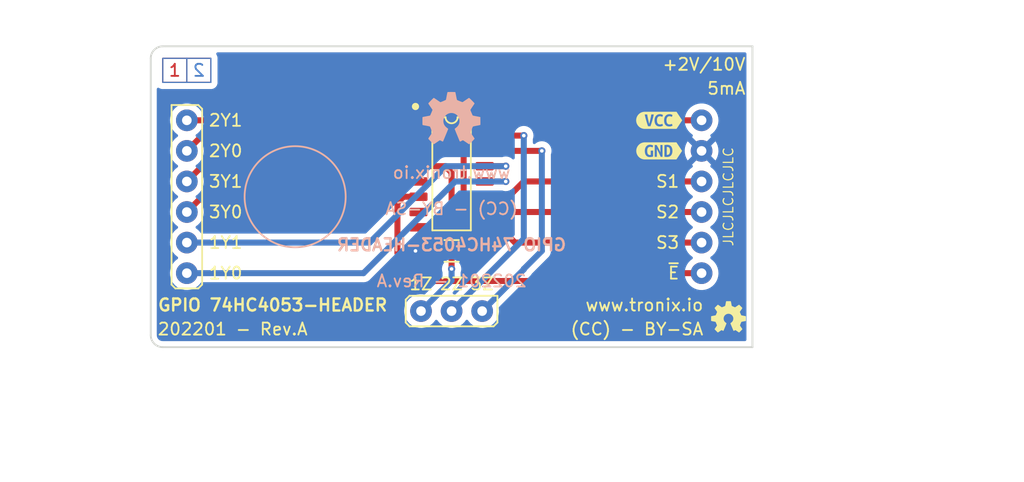
<source format=kicad_pcb>
(kicad_pcb (version 20211014) (generator pcbnew)
  (title_block (title "GPIO - 74HC4053-HEADER") (date "01/2022") (rev "A"))
  (layers (0 "F.Cu" signal) (31 "B.Cu" signal) (34 "B.Paste" user) (35 "F.Paste" user) (36 "B.SilkS" user "B.Silkscreen") (37 "F.SilkS" user "F.Silkscreen") (38 "B.Mask" user) (39 "F.Mask" user) (44 "Edge.Cuts" user))
  (net 0 "")
  (net 1 "GND")
  (net 2 "VCC")
  (net 3 "Net-(K1-Pad4)")
  (net 4 "Net-(K1-Pad3)")
  (net 5 "Net-(K1-Pad5)")
  (net 6 "Net-(K1-Pad6)")
  (net 7 "Net-(U1-Pad1)")
  (net 8 "Net-(K3-Pad1)")
  (net 9 "Net-(K3-Pad2)")
  (net 10 "Net-(U1-Pad2)")
  (net 11 "Net-(K3-Pad3)")
  (net 12 "Net-(U1-Pad3)")
  (net 13 "Net-(U1-Pad5)")
  (net 14 "Net-(U1-Pad13)")
  (net 15 "Net-(U1-Pad12)")
  (footprint "tronixio:OSHW-3MM" (layer "F.Cu") (at 148 73.5)
    (fp_text reference "G***" hide)
    (fp_text value "LOGO" hide)
    (fp_poly (pts (xy 0.067515 -1.32345) (xy 0.113174 -1.323262) (xy 0.147134 -1.322751) (xy 0.171244 -1.321758) (xy 0.187348 -1.320122) (xy 0.197292 -1.317684) (xy 0.202923 -1.314283) (xy 0.206086 -1.309758) (xy 0.207682 -1.306165) (xy 0.211134 -1.293785) (xy 0.216775 -1.268668) (xy 0.224112 -1.233232) (xy 0.232651 -1.189893) (xy 0.241898 -1.141069) (xy 0.246509 -1.116036) (xy 0.255834 -1.065892) (xy 0.264606 -1.020498) (xy 0.272353 -0.982162) (xy 0.278603 -0.953191) (xy 0.282883 -0.935889) (xy 0.284154 -0.932303) (xy 0.292633 -0.926484) (xy 0.312655 -0.916199) (xy 0.341449 -0.902634) (xy 0.376245 -0.886978) (xy 0.414272 -0.870419) (xy 0.452761 -0.854143) (xy 0.488941 -0.83934) (xy 0.520042 -0.827197) (xy 0.543293 -0.818901) (xy 0.555924 -0.815641) (xy 0.556258 -0.815632) (xy 0.565025 -0.81983) (xy 0.584584 -0.831632) (xy 0.613098 -0.849848) (xy 0.648729 -0.87329) (xy 0.68964 -0.900768) (xy 0.722748 -0.923357) (xy 0.766349 -0.95307) (xy 0.805978 -0.979645) (xy 0.839811 -1.001894) (xy 0.866027 -1.01863) (xy 0.882804 -1.028666) (xy 0.888107 -1.031082) (xy 0.896366 -1.025776) (xy 0.913333 -1.011088) (xy 0.93719 -0.98886) (xy 0.966119 -0.960935) (xy 0.998298 -0.929153) (xy 1.031911 -0.895358) (xy 1.065137 -0.861392) (xy 1.096159 -0.829097) (xy 1.123156 -0.800316) (xy 1.144309 -0.77689) (xy 1.157801 -0.760662) (xy 1.16189 -0.753797) (xy 1.158361 -0.744026) (xy 1.147548 -0.724672) (xy 1.129113 -0.695218) (xy 1.102719 -0.655144) (xy 1.068029 -0.603932) (xy 1.024704 -0.541064) (xy 1.00333 -0.510309) (xy 0.983493 -0.480853) (xy 0.967484 -0.45523) (xy 0.957129 -0.436482) (xy 0.954135 -0.428279) (xy 0.957045 -0.418485) (xy 0.965003 -0.397357) (xy 0.976847 -0.367644) (xy 0.991419 -0.332095) (xy 1.007557 -0.293457) (xy 1.024101 -0.25448) (xy 1.039892 -0.21791) (xy 1.053769 -0.186498) (xy 1.064572 -0.162992) (xy 1.071141 -0.150138) (xy 1.072132 -0.148751) (xy 1.080515 -0.146265) (xy 1.101886 -0.141448) (xy 1.134093 -0.13474) (xy 1.174986 -0.126583) (xy 1.222416 -0.117417) (xy 1.254472 -0.111363) (xy 1.305374 -0.101747) (xy 1.351532 -0.092863) (xy 1.39069 -0.085158) (xy 1.420591 -0.07908) (xy 1.438976 -0.075077) (xy 1.44355 -0.073855) (xy 1.44693 -0.070103) (xy 1.449549 -0.060669) (xy 1.451494 -0.043927) (xy 1.452853 -0.018249) (xy 1.453713 0.017992) (xy 1.454162 0.066424) (xy 1.454286 0.126201) (xy 1.454215 0.18639) (xy 1.45392 0.232968) (xy 1.453283 0.267712) (xy 1.452183 0.292401) (xy 1.4505 0.308813) (xy 1.448116 0.318725) (xy 1.44491 0.323916) (xy 1.440821 0.326145) (xy 1.427485 0.329242) (xy 1.403272 0.334115) (xy 1.372468 0.339918) (xy 1.358104 0.342515) (xy 1.276702 0.357298) (xy 1.210044 0.369962) (xy 1.157645 0.380612) (xy 1.11902 0.389353) (xy 1.093685 0.396288) (xy 1.081156 0.401523) (xy 1.08014 0.402379) (xy 1.075096 0.41173) (xy 1.065626 0.432683) (xy 1.05283 0.462518) (xy 1.037806 0.498517) (xy 1.021655 0.537962) (xy 1.005476 0.578133) (xy 0.990368 0.616312) (xy 0.977433 0.64978) (xy 0.967768 0.675819) (xy 0.962475 0.691709) (xy 0.961809 0.694933) (xy 0.966212 0.703802) (xy 0.979056 0.724411) (xy 0.999824 0.755986) (xy 1.027997 0.797755) (xy 1.063059 0.848944) (xy 1.104491 0.908781) (xy 1.120819 0.932223) (xy 1.138917 0.959662) (xy 1.152944 0.983772) (xy 1.16086 1.000907) (xy 1.16189 1.005609) (xy 1.156495 1.015413) (xy 1.141081 1.034522) (xy 1.116804 1.061659) (xy 1.084822 1.095551) (xy 1.046291 1.134921) (xy 1.027984 1.153231) (xy 0.98618 1.194667) (xy 0.953781 1.226344) (xy 0.929355 1.249435) (xy 0.911472 1.26511) (xy 0.898701 1.274541) (xy 0.889611 1.278898) (xy 0.882773 1.279353) (xy 0.876755 1.277078) (xy 0.876727 1.277063) (xy 0.86531 1.270008) (xy 0.843422 1.255657) (xy 0.813247 1.235474) (xy 0.776969 1.21092) (xy 0.73677 1.183458) (xy 0.726437 1.176361) (xy 0.686273 1.149048) (xy 0.650045 1.124991) (xy 0.619774 1.105486) (xy 0.597484 1.091827) (xy 0.585196 1.085312) (xy 0.583788 1.084944) (xy 0.573142 1.088306) (xy 0.552368 1.097352) (xy 0.524917 1.110523) (xy 0.506257 1.119974) (xy 0.476912 1.134427) (xy 0.452546 1.145116) (xy 0.436401 1.150693) (xy 0.431884 1.150957) (xy 0.42719 1.142969) (xy 0.417608 1.122785) (xy 0.404047 1.092459) (xy 0.387418 1.054051) (xy 0.368631 1.009616) (xy 0.357643 0.983194) (xy 0.33319 0.924086) (xy 0.305993 0.858397) (xy 0.278209 0.791337) (xy 0.251996 0.728112) (xy 0.229616 0.67418) (xy 0.211358 0.629746) (xy 0.195319 0.589827) (xy 0.18239 0.556713) (xy 0.173462 0.532695) (xy 0.169425 0.520063) (xy 0.169282 0.519039) (xy 0.175156 0.510141) (xy 0.190698 0.495554) (xy 0.212786 0.478149) (xy 0.217373 0.474825) (xy 0.284229 0.419728) (xy 0.336535 0.360141) (xy 0.374639 0.29543) (xy 0.398891 0.224958) (xy 0.409639 0.148088) (xy 0.410284 0.123114) (xy 0.403861 0.047833) (xy 0.384003 -0.02131) (xy 0.350088 -0.085848) (xy 0.301493 -0.147317) (xy 0.300138 -0.148771) (xy 0.242608 -0.199633) (xy 0.178456 -0.237598) (xy 0.109574 -0.262589) (xy 0.037852 -0.274526) (xy -0.034816 -0.273332) (xy -0.106539 -0.258929) (xy -0.175425 -0.231239) (xy -0.239583 -0.190184) (xy -0.261387 -0.171911) (xy -0.314937 -0.114227) (xy -0.354586 -0.049959) (xy -0.380225 0.020643) (xy -0.391741 0.097331) (xy -0.392427 0.122308) (xy -0.38694 0.199183) (xy -0.369913 0.268108) (xy -0.340492 0.330682) (xy -0.297826 0.388506) (xy -0.241062 0.443181) (xy -0.207581 0.469502) (xy -0.183321 0.488664) (xy -0.164766 0.50556) (xy -0.154815 0.517456) (xy -0.153893 0.520139) (xy -0.156745 0.52959) (xy -0.164848 0.551523) (xy -0.177523 0.584221) (xy -0.194087 0.625965) (xy -0.213862 0.675039) (xy -0.236167 0.729723) (xy -0.25492 0.775258) (xy -0.27994 0.835797) (xy -0.304116 0.89437) (xy -0.32655 0.948801) (xy -0.346348 0.996914) (xy -0.362614 1.036531) (xy -0.374451 1.065476) (xy -0.37923 1.077249) (xy -0.393783 1.112792) (xy -0.405349 1.135477) (xy -0.417087 1.146553) (xy -0.432159 1.147267) (xy -0.453725 1.138871) (xy -0.484946 1.122612) (xy -0.488813 1.120553) (xy -0.518404 1.105324) (xy -0.543513 1.093346) (xy -0.560676 1.086222) (xy -0.565722 1.084944) (xy -0.574691 1.089119) (xy -0.594392 1.100826) (xy -0.622903 1.118838) (xy -0.658302 1.141928) (xy -0.698668 1.16887) (xy -0.72242 1.184974) (xy -0.764424 1.213455) (xy -0.802207 1.238781) (xy -0.833917 1.259734) (xy -0.857701 1.275094) (xy -0.871704 1.283645) (xy -0.874594 1.285004) (xy -0.881336 1.279801) (xy -0.897394 1.265179) (xy -0.921216 1.242618) (xy -0.951254 1.213596) (xy -0.985958 1.179596) (xy -1.01327 1.15256) (xy -1.05283 1.112661) (xy -1.087076 1.076994) (xy -1.11472 1.046975) (xy -1.134475 1.024022) (xy -1.145054 1.009552) (xy -1.146501 1.005872) (xy -1.142236 0.994226) (xy -1.13064 0.973231) (xy -1.113516 0.945926) (xy -1.093897 0.917096) (xy -1.057325 0.864829) (xy -1.024341 0.816814) (xy -0.995919 0.774534) (xy -0.973035 0.739472) (xy -0.956664 0.71311) (xy -0.947781 0.696931) (xy -0.946441 0.692904) (xy -0.949294 0.682167) (xy -0.957108 0.660046) (xy -0.96876 0.629293) (xy -0.983132 0.59266) (xy -0.9991 0.552901) (xy -1.015546 0.512769) (xy -1.031348 0.475015) (xy -1.045385 0.442392) (xy -1.056537 0.417653) (xy -1.063683 0.403551) (xy -1.065036 0.401631) (xy -1.075159 0.397412) (xy -1.098156 0.391117) (xy -1.131737 0.383266) (xy -1.173607 0.374381) (xy -1.221475 0.364984) (xy -1.24722 0.360205) (xy -1.297235 0.350847) (xy -1.342415 0.341916) (xy -1.380468 0.333902) (xy -1.409104 0.327298) (xy -1.426032 0.322596) (xy -1.429409 0.321095) (xy -1.432548 0.315009) (xy -1.434884 0.3014) (xy -1.436473 0.278792) (xy -1.43737 0.245711) (xy -1.437634 0.200678) (xy -1.43732 0.14222) (xy -1.437104 0.12014) (xy -1.43505 -0.073099) (xy -1.369646 -0.086213) (xy -1.338209 -0.092398) (xy -1.296327 -0.100472) (xy -1.248688 -0.109538) (xy -1.199984 -0.118701) (xy -1.18227 -0.122004) (xy -1.140625 -0.130067) (xy -1.10432 -0.137701) (xy -1.076056 -0.144291) (xy -1.058533 -0.149221) (xy -1.054212 -0.15121) (xy -1.048404 -0.161284) (xy -1.038171 -0.182757) (xy -1.024693 -0.21281) (xy -1.009153 -0.248625) (xy -0.992731 -0.287382) (xy -0.976609 -0.326261) (xy -0.961969 -0.362443) (xy -0.949991 -0.393109) (xy -0.941857 -0.415441) (xy -0.938749 -0.426617) (xy -0.938746 -0.426761) (xy -0.942954 -0.436752) (xy -0.954755 -0.457383) (xy -0.972913 -0.486688) (xy -0.996194 -0.5227) (xy -1.023362 -0.563454) (xy -1.039779 -0.587565) (xy -1.068795 -0.630214) (xy -1.094897 -0.669256) (xy -1.116795 -0.702704) (xy -1.133199 -0.728575) (xy -1.142819 -0.744883) (xy -1.14475 -0.749052) (xy -1.143061 -0.75682) (xy -1.134458 -0.770127) (xy -1.118067 -0.78997) (xy -1.093016 -0.817346) (xy -1.058429 -0.853253) (xy -1.014944 -0.897174) (xy -0.977586 -0.934203) (xy -0.943471 -0.967305) (xy -0.914191 -0.994994) (xy -0.891338 -1.015781) (xy -0.876502 -1.028181) (xy -0.871624 -1.031082) (xy -0.862843 -1.026871) (xy -0.843321 -1.015045) (xy -0.814922 -0.996816) (xy -0.779511 -0.973396) (xy -0.738955 -0.945994) (xy -0.709954 -0.926096) (xy -0.666802 -0.896513) (xy -0.627391 -0.869882) (xy -0.59363 -0.847461) (xy -0.567426 -0.830508) (xy -0.550688 -0.820282) (xy -0.545774 -0.817834) (xy -0.535239 -0.819631) (xy -0.513407 -0.826416) (xy -0.483105 -0.837072) (xy -0.447163 -0.850482) (xy -0.40841 -0.865529) (xy -0.369676 -0.881097) (xy -0.333788 -0.896069) (xy -0.303576 -0.909329) (xy -0.281869 -0.91976) (xy -0.271723 -0.92601) (xy -0.26783 -0.935774) (xy -0.261718 -0.958517) (xy -0.253876 -0.992071) (xy -0.244795 -1.034266) (xy -0.234964 -1.082934) (xy -0.227396 -1.122362) (xy -0.217532 -1.174293) (xy -0.208395 -1.221253) (xy -0.200417 -1.261107) (xy -0.194032 -1.29172) (xy -0.189673 -1.310956) (xy -0.187982 -1.316652) (xy -0.179439 -1.318523) (xy -0.15763 -1.320199) (xy -0.124678 -1.321605) (xy -0.082704 -1.322667) (xy -0.033832 -1.323312) (xy 0.008314 -1.323478)) (layer "F.SilkS") (width 0) (fill solid))
  )
  (footprint "tronixio:HARWIN-M20-975064x" (layer "F.Cu") (at 145.773 57.15 -90)
    (fp_text reference "K1")
    (fp_text value "GPIO IN")
    (pad "1" thru_hole circle locked (at 0 0 270) (size 1.8 1.8) (drill 0.8) (layers *.Cu *.Mask) (net 2 "VCC"))
    (pad "2" thru_hole circle (at 2.54 0 270) (size 1.8 1.8) (drill 0.8) (layers *.Cu *.Mask) (net 1 "GND"))
    (pad "3" thru_hole circle (at 5.08 0 270) (size 1.8 1.8) (drill 0.8) (layers *.Cu *.Mask) (net 4 "Net-(K1-Pad3)"))
    (pad "4" thru_hole circle (at 7.62 0 270) (size 1.8 1.8) (drill 0.8) (layers *.Cu *.Mask) (net 3 "Net-(K1-Pad4)"))
    (pad "5" thru_hole circle (at 10.16 0 270) (size 1.8 1.8) (drill 0.8) (layers *.Cu *.Mask) (net 5 "Net-(K1-Pad5)"))
    (pad "6" thru_hole circle (at 12.7 0 270) (size 1.8 1.8) (drill 0.8) (layers *.Cu *.Mask) (net 6 "Net-(K1-Pad6)"))
  )
  (footprint "kibuzzard-62B2FE4D" (layer "F.Cu") (at 142.25 59.69)
    (fp_text reference "kibuzzard-62B2FE4D" hide)
    (fp_text value "G***" hide)
    (fp_poly (pts (xy 0.631097 0.333375) (xy 0.64856 0.334963) (xy 0.666022 0.334963) (xy 0.777941 0.309562) (xy 0.850966 0.239713) (xy 0.890654 0.134144) (xy 0.899583 0.070048) (xy 0.90256 0) (xy 0.893035 -0.123825) (xy 0.859697 -0.230187) (xy 0.79461 -0.304006) (xy 0.688247 -0.331787) (xy 0.659672 -0.330994) (xy 0.631097 -0.327025) (xy 0.631097 0.333375)) (layer "F.SilkS") (width 0) (fill solid))
    (fp_poly (pts (xy -1.194528 -0.7112) (xy -1.19466 -0.7112) (xy -1.26437 -0.707775) (xy -1.333408 -0.697534) (xy -1.40111 -0.680576) (xy -1.466824 -0.657063) (xy -1.529917 -0.627222) (xy -1.589781 -0.591341) (xy -1.64584 -0.549765) (xy -1.697554 -0.502894) (xy -1.744425 -0.451181) (xy -1.786001 -0.395122) (xy -1.821882 -0.335257) (xy -1.851723 -0.272164) (xy -1.875236 -0.20645) (xy -1.892194 -0.138748) (xy -1.902435 -0.06971) (xy -1.90586 0) (xy -1.902435 0.06971) (xy -1.892194 0.138748) (xy -1.875236 0.20645) (xy -1.851723 0.272164) (xy -1.821882 0.335257) (xy -1.786001 0.395122) (xy -1.744425 0.451181) (xy -1.697554 0.502894) (xy -1.64584 0.549765) (xy -1.589781 0.591341) (xy -1.529917 0.627222) (xy -1.466824 0.657063) (xy -1.40111 0.680576) (xy -1.333408 0.697534) (xy -1.26437 0.707775) (xy -1.19466 0.7112) (xy -1.194528 0.7112) (xy -0.79289 0.7112) (xy -0.79289 0.512763) (xy -0.880401 0.504627) (xy -0.958784 0.480219) (xy -1.027245 0.439738) (xy -1.08499 0.383381) (xy -1.131424 0.31115) (xy -1.165953 0.223044) (xy -1.187384 0.119261) (xy -1.194528 0) (xy -1.186193 -0.11807) (xy -1.16119 -0.221456) (xy -1.121899 -0.309761) (xy -1.070703 -0.382587) (xy -1.008393 -0.439539) (xy -0.935765 -0.480219) (xy -0.855199 -0.504627) (xy -0.769078 -0.512762) (xy -0.666684 -0.504031) (xy -0.588103 -0.484187) (xy -0.533334 -0.460375) (xy -0.50079 -0.441325) (xy -0.55159 -0.28575) (xy -0.637315 -0.325437) (xy -0.74209 -0.3429) (xy -0.859565 -0.3175) (xy -0.938146 -0.246856) (xy -0.982596 -0.138906) (xy -0.992717 -0.072827) (xy -0.99609 0) (xy -0.989916 0.107156) (xy -0.971396 0.193675) (xy -0.940528 0.259556) (xy -0.871868 0.322064) (xy -0.777015 0.3429) (xy -0.738915 0.341313) (xy -0.700815 0.33655) (xy -0.700815 -0.022225) (xy -0.505553 -0.022225) (xy -0.505553 0.468313) (xy -0.614296 0.496888) (xy -0.695854 0.508794) (xy -0.79289 0.512763) (xy -0.79289 0.7112) (xy 0.119922 0.7112) (xy 0.119922 0.492125) (xy 0.074149 0.383205) (xy 0.025731 0.274461) (xy -0.025334 0.165894) (xy -0.079044 0.057326) (xy -0.135401 -0.051417) (xy -0.194403 -0.160337) (xy -0.194403 0.492125) (xy -0.370615 0.492125) (xy -0.370615 -0.490537) (xy -0.213453 -0.490537) (xy -0.169003 -0.417711) (xy -0.124553 -0.338931) (xy -0.080698 -0.257373) (xy -0.038034 -0.176213) (xy 0.002447 -0.096441) (xy 0.039754 -0.01905) (xy 0.072893 0.052388) (xy 0.100872 0.1143) (xy 0.100872 -0.490537) (xy 0.277085 -0.490537) (xy 0.277085 0.492125) (xy 0.119922 0.492125) (xy 0.119922 0.7112) (xy 0.645385 0.7112) (xy 0.645385 0.504825) (xy 0.542991 0.499269) (xy 0.435835 0.481013) (xy 0.435835 -0.477837) (xy 0.561247 -0.496887) (xy 0.670785 -0.50165) (xy 0.763455 -0.494506) (xy 0.847791 -0.473075) (xy 0.921808 -0.436364) (xy 0.983522 -0.383381) (xy 1.032933 -0.313928) (xy 1.070041 -0.227806) (xy 1.093258 -0.123627) (xy 1.100997 0) (xy 1.092465 0.126405) (xy 1.066866 0.232569) (xy 1.026186 0.319683) (xy 0.97241 0.388938) (xy 0.90633 0.441127) (xy 0.828741 0.477044) (xy 0.74123 0.49788) (xy 0.645385 0.504825) (xy 0.645385 0.7112) (xy 1.100997 0.7112) (xy 1.431727 0.7112) (xy 1.90586 0) (xy 1.431727 -0.7112) (xy 1.100997 -0.7112) (xy -1.194528 -0.7112)) (layer "F.SilkS") (width 0) (fill solid))
  )
  (footprint "tronixio:HARWIN-M20-999064x" (layer "F.Cu") (at 103 57.15)
    (fp_text reference "K4")
    (fp_text value "I/O")
    (fp_line (start -1.27 13.6525) (end -0.9525 13.97) (layer "F.SilkS") (width 0.15))
    (fp_line (start 0.9525 -1.27) (end -1.27 -1.27) (layer "F.SilkS") (width 0.15))
    (fp_line (start 1.27 -0.9525) (end 0.9525 -1.27) (layer "F.SilkS") (width 0.15))
    (fp_line (start 0.9525 13.97) (end 1.27 13.6525) (layer "F.SilkS") (width 0.15))
    (fp_line (start -1.27 -1.27) (end -1.27 13.6525) (layer "F.SilkS") (width 0.15))
    (fp_line (start 1.27 13.6525) (end 1.27 -0.9525) (layer "F.SilkS") (width 0.15))
    (fp_line (start -0.9525 13.97) (end 0.9525 13.97) (layer "F.SilkS") (width 0.15))
    (pad "1" thru_hole circle (at 0 0) (size 1.8 1.8) (drill 0.8) (layers *.Cu *.Mask) (net 7 "Net-(U1-Pad1)"))
    (pad "2" thru_hole circle (at 0 2.54) (size 1.8 1.8) (drill 0.8) (layers *.Cu *.Mask) (net 10 "Net-(U1-Pad2)"))
    (pad "3" thru_hole circle (at 0 5.08) (size 1.8 1.8) (drill 0.8) (layers *.Cu *.Mask) (net 12 "Net-(U1-Pad3)"))
    (pad "4" thru_hole circle (at 0 7.62) (size 1.8 1.8) (drill 0.8) (layers *.Cu *.Mask) (net 13 "Net-(U1-Pad5)"))
    (pad "5" thru_hole circle (at 0 10.16) (size 1.8 1.8) (drill 0.8) (layers *.Cu *.Mask) (net 14 "Net-(U1-Pad13)"))
    (pad "6" thru_hole circle (at 0 12.7) (size 1.8 1.8) (drill 0.8) (layers *.Cu *.Mask) (net 15 "Net-(U1-Pad12)"))
  )
  (footprint "tronixio:CAPACITOR-1206" (layer "F.Cu") (at 125 68 180)
    (fp_text reference "C1")
    (fp_text value "100n")
    (fp_line (start -0.6 0.9) (end 0.6 0.9) (layer "F.SilkS") (width 0.15))
    (fp_line (start -0.6 -0.9) (end 0.6 -0.9) (layer "F.SilkS") (width 0.15))
    (pad "1" smd roundrect (at -1.5 0 180) (size 1.3 1.75) (layers "F.Cu" "F.Paste" "F.Mask") (roundrect_rratio 0.15) (net 2 "VCC"))
    (pad "2" smd roundrect (at 1.5 0 180) (size 1.3 1.75) (layers "F.Cu" "F.Paste" "F.Mask") (roundrect_rratio 0.15) (net 1 "GND"))
  )
  (footprint "tronixio:HARWIN-M20-999034x" (layer "F.Cu") (at 127.54 73 -90)
    (fp_text reference "K3")
    (fp_text value "I/O")
    (fp_line (start 1.27 -0.9525) (end 0.9525 -1.27) (layer "F.SilkS") (width 0.15))
    (fp_line (start -1.27 -1.27) (end -1.27 6.0325) (layer "F.SilkS") (width 0.15))
    (fp_line (start 0.9525 -1.27) (end -1.27 -1.27) (layer "F.SilkS") (width 0.15))
    (fp_line (start 1.27 6.0325) (end 1.27 -0.9525) (layer "F.SilkS") (width 0.15))
    (fp_line (start -1.27 6.0325) (end -0.9525 6.35) (layer "F.SilkS") (width 0.15))
    (fp_line (start 0.9525 6.35) (end 1.27 6.0325) (layer "F.SilkS") (width 0.15))
    (fp_line (start -0.9525 6.35) (end 0.9525 6.35) (layer "F.SilkS") (width 0.15))
    (pad "1" thru_hole circle (at 0 0 270) (size 1.8 1.8) (drill 0.8) (layers *.Cu *.Mask) (net 8 "Net-(K3-Pad1)"))
    (pad "2" thru_hole circle (at 0 2.54 270) (size 1.8 1.8) (drill 0.8) (layers *.Cu *.Mask) (net 9 "Net-(K3-Pad2)"))
    (pad "3" thru_hole circle (at 0 5.08 270) (size 1.8 1.8) (drill 0.8) (layers *.Cu *.Mask) (net 11 "Net-(K3-Pad3)"))
  )
  (footprint "tronixio:SOIC-16" (layer "F.Cu") (at 125 61.595)
    (fp_text reference "U1")
    (fp_text value "74HC4053")
    (fp_line (start -0.5 -4.7) (end -1.6 -4.7) (layer "F.SilkS") (width 0.15))
    (fp_line (start 1.6 4.7) (end 1.6 -4.7) (layer "F.SilkS") (width 0.15))
    (fp_line (start -1.6 -4.7) (end -1.6 4.7) (layer "F.SilkS") (width 0.15))
    (fp_line (start 1.6 -4.7) (end 0.5 -4.7) (layer "F.SilkS") (width 0.15))
    (fp_line (start -1.6 4.7) (end 1.6 4.7) (layer "F.SilkS") (width 0.15))
    (fp_arc (start 0.5 -4.7) (mid 0 -4.2) (end -0.5 -4.7) (layer "F.SilkS") (width 0.15))
    (pad "1" smd roundrect (at -2.75 -4.445) (size 1.5 0.7) (layers "F.Cu" "F.Paste" "F.Mask") (roundrect_rratio 0.15) (net 7 "Net-(U1-Pad1)"))
    (pad "2" smd roundrect (at -2.75 -3.175) (size 1.5 0.7) (layers "F.Cu" "F.Paste" "F.Mask") (roundrect_rratio 0.15) (net 10 "Net-(U1-Pad2)"))
    (pad "3" smd roundrect (at -2.75 -1.905) (size 1.5 0.7) (layers "F.Cu" "F.Paste" "F.Mask") (roundrect_rratio 0.15) (net 12 "Net-(U1-Pad3)"))
    (pad "4" smd roundrect (at -2.75 -0.635) (size 1.5 0.7) (layers "F.Cu" "F.Paste" "F.Mask") (roundrect_rratio 0.15) (net 11 "Net-(K3-Pad3)"))
    (pad "5" smd roundrect (at -2.75 0.635) (size 1.5 0.7) (layers "F.Cu" "F.Paste" "F.Mask") (roundrect_rratio 0.15) (net 13 "Net-(U1-Pad5)"))
    (pad "6" smd roundrect (at -2.75 1.905) (size 1.5 0.7) (layers "F.Cu" "F.Paste" "F.Mask") (roundrect_rratio 0.15) (net 6 "Net-(K1-Pad6)"))
    (pad "7" smd roundrect (at -2.75 3.175) (size 1.5 0.7) (layers "F.Cu" "F.Paste" "F.Mask") (roundrect_rratio 0.15) (net 1 "GND"))
    (pad "8" smd roundrect (at -2.75 4.445) (size 1.5 0.7) (layers "F.Cu" "F.Paste" "F.Mask") (roundrect_rratio 0.15) (net 1 "GND"))
    (pad "9" smd roundrect (at 2.75 4.445) (size 1.5 0.7) (layers "F.Cu" "F.Paste" "F.Mask") (roundrect_rratio 0.15) (net 5 "Net-(K1-Pad5)"))
    (pad "10" smd roundrect (at 2.75 3.175) (size 1.5 0.7) (layers "F.Cu" "F.Paste" "F.Mask") (roundrect_rratio 0.15) (net 3 "Net-(K1-Pad4)"))
    (pad "11" smd roundrect (at 2.75 1.905) (size 1.5 0.7) (layers "F.Cu" "F.Paste" "F.Mask") (roundrect_rratio 0.15) (net 4 "Net-(K1-Pad3)"))
    (pad "12" smd roundrect (at 2.75 0.635) (size 1.5 0.7) (layers "F.Cu" "F.Paste" "F.Mask") (roundrect_rratio 0.15) (net 15 "Net-(U1-Pad12)"))
    (pad "13" smd roundrect (at 2.75 -0.635) (size 1.5 0.7) (layers "F.Cu" "F.Paste" "F.Mask") (roundrect_rratio 0.15) (net 14 "Net-(U1-Pad13)"))
    (pad "14" smd roundrect (at 2.75 -1.905) (size 1.5 0.7) (layers "F.Cu" "F.Paste" "F.Mask") (roundrect_rratio 0.15) (net 8 "Net-(K3-Pad1)"))
    (pad "15" smd roundrect (at 2.75 -3.175) (size 1.5 0.7) (layers "F.Cu" "F.Paste" "F.Mask") (roundrect_rratio 0.15) (net 9 "Net-(K3-Pad2)"))
    (pad "16" smd roundrect (at 2.75 -4.445) (size 1.5 0.7) (layers "F.Cu" "F.Paste" "F.Mask") (roundrect_rratio 0.15) (net 2 "VCC"))
  )
  (footprint "kibuzzard-62B2FE3C" (layer "F.Cu") (at 142.25 57.15)
    (fp_text reference "kibuzzard-62B2FE3C" hide)
    (fp_text value "G***" hide)
    (fp_poly (pts (xy -1.202465 -0.7112) (xy -1.202597 -0.7112) (xy -1.272307 -0.707775) (xy -1.341346 -0.697534) (xy -1.409048 -0.680576) (xy -1.474762 -0.657063) (xy -1.537855 -0.627222) (xy -1.597719 -0.591341) (xy -1.653778 -0.549765) (xy -1.705492 -0.502894) (xy -1.752362 -0.451181) (xy -1.793939 -0.395122) (xy -1.82982 -0.335257) (xy -1.859661 -0.272164) (xy -1.883173 -0.20645) (xy -1.900132 -0.138748) (xy -1.910373 -0.06971) (xy -1.913797 0) (xy -1.910373 0.06971) (xy -1.900132 0.138748) (xy -1.883173 0.20645) (xy -1.859661 0.272164) (xy -1.82982 0.335257) (xy -1.793939 0.395122) (xy -1.752362 0.451181) (xy -1.705492 0.502894) (xy -1.653778 0.549765) (xy -1.597719 0.591341) (xy -1.537855 0.627222) (xy -1.474762 0.657063) (xy -1.409048 0.680576) (xy -1.341346 0.697534) (xy -1.272307 0.707775) (xy -1.202597 0.7112) (xy -1.202465 0.7112) (xy -0.927828 0.7112) (xy -0.927828 0.492125) (xy -0.967118 0.375444) (xy -1.00879 0.244475) (xy -1.036836 0.152488) (xy -1.063823 0.060678) (xy -1.089753 -0.030956) (xy -1.114271 -0.120826) (xy -1.137025 -0.207345) (xy -1.158015 -0.290512) (xy -1.184209 -0.401637) (xy -1.202465 -0.490537) (xy -0.99609 -0.490537) (xy -0.984184 -0.408186) (xy -0.967515 -0.313531) (xy -0.947473 -0.211137) (xy -0.925446 -0.105569) (xy -0.901634 0.000794) (xy -0.876234 0.105569) (xy -0.850239 0.204192) (xy -0.82464 0.2921) (xy -0.79924 0.205383) (xy -0.77384 0.107156) (xy -0.749234 0.002381) (xy -0.726215 -0.103981) (xy -0.704784 -0.209748) (xy -0.68494 -0.312738) (xy -0.667478 -0.407987) (xy -0.65319 -0.490537) (xy -0.448403 -0.490537) (xy -0.469635 -0.389731) (xy -0.495234 -0.277812) (xy -0.524999 -0.157361) (xy -0.558734 -0.030956) (xy -0.58334 0.055827) (xy -0.609534 0.143669) (xy -0.637315 0.232569) (xy -0.666243 0.321028) (xy -0.695876 0.407547) (xy -0.726215 0.492125) (xy -0.927828 0.492125) (xy -0.927828 0.7112) (xy 0.040547 0.7112) (xy 0.040547 0.512763) (xy -0.087158 0.497946) (xy -0.192991 0.453496) (xy -0.276953 0.379413) (xy -0.324875 0.305693) (xy -0.359106 0.217884) (xy -0.379644 0.115987) (xy -0.38649 0) (xy -0.378156 -0.115491) (xy -0.353153 -0.217487) (xy -0.313267 -0.305395) (xy -0.260284 -0.378619) (xy -0.195196 -0.436562) (xy -0.118996 -0.478631) (xy -0.03347 -0.50423) (xy 0.059597 -0.512762) (xy 0.154054 -0.504031) (xy 0.227872 -0.484187) (xy 0.281054 -0.460375) (xy 0.313597 -0.441325) (xy 0.262797 -0.28575) (xy 0.174691 -0.326231) (xy 0.056422 -0.3429) (xy -0.033271 -0.326231) (xy -0.111059 -0.270669) (xy -0.166621 -0.166687) (xy -0.182695 -0.093662) (xy -0.188053 -0.004762) (xy -0.181614 0.09869) (xy -0.1623 0.184679) (xy -0.130109 0.253206) (xy -0.05371 0.320477) (xy 0.059597 0.3429) (xy 0.185804 0.325438) (xy 0.265972 0.290512) (xy 0.315185 0.4445) (xy 0.203266 0.491331) (xy 0.127265 0.507405) (xy 0.040547 0.512763) (xy 0.040547 0.7112) (xy 0.834297 0.7112) (xy 0.834297 0.512763) (xy 0.706592 0.497946) (xy 0.600759 0.453496) (xy 0.516797 0.379413) (xy 0.468875 0.305693) (xy 0.434644 0.217884) (xy 0.414106 0.115987) (xy 0.40726 0) (xy 0.415594 -0.115491) (xy 0.440597 -0.217487) (xy 0.480483 -0.305395) (xy 0.533466 -0.378619) (xy 0.598554 -0.436562) (xy 0.674754 -0.478631) (xy 0.76028 -0.50423) (xy 0.853347 -0.512762) (xy 0.947804 -0.504031) (xy 1.021622 -0.484187) (xy 1.074804 -0.460375) (xy 1.107347 -0.441325) (xy 1.056547 -0.28575) (xy 0.968441 -0.326231) (xy 0.850172 -0.3429) (xy 0.760479 -0.326231) (xy 0.682691 -0.270669) (xy 0.627129 -0.166687) (xy 0.611055 -0.093662) (xy 0.605697 -0.004762) (xy 0.612136 0.09869) (xy 0.63145 0.184679) (xy 0.663641 0.253206) (xy 0.74004 0.320477) (xy 0.853347 0.3429) (xy 0.979554 0.325438) (xy 1.059722 0.290512) (xy 1.108935 0.4445) (xy 0.997016 0.491331) (xy 0.921015 0.507405) (xy 0.834297 0.512763) (xy 0.834297 0.7112) (xy 1.108935 0.7112) (xy 1.439664 0.7112) (xy 1.913797 0) (xy 1.439664 -0.7112) (xy 1.108935 -0.7112) (xy -1.202465 -0.7112)) (layer "F.SilkS") (width 0) (fill solid))
  )
  (footprint "tronixio:OSHW-5MM" (layer "B.Cu") (at 125 57 180)
    (fp_text reference "GT" hide)
    (fp_text value "LOGO" hide)
    (fp_poly (pts (xy 0.112503 2.205305) (xy 0.188585 2.204991) (xy 0.245175 2.204139) (xy 0.285349 2.202485) (xy 0.312183 2.19976) (xy 0.328754 2.195697) (xy 0.338137 2.190029) (xy 0.343407 2.182489) (xy 0.346067 2.176502) (xy 0.351819 2.155872) (xy 0.361219 2.114019) (xy 0.373445 2.054971) (xy 0.387673 1.982754) (xy 0.403082 1.901397) (xy 0.410766 1.859685) (xy 0.426304 1.776128) (xy 0.440921 1.700487) (xy 0.453831 1.636607) (xy 0.464245 1.58833) (xy 0.471376 1.559501) (xy 0.473495 1.553524) (xy 0.487624 1.543829) (xy 0.520987 1.52669) (xy 0.568967 1.504087) (xy 0.626948 1.477998) (xy 0.690314 1.450405) (xy 0.754449 1.423285) (xy 0.814737 1.398618) (xy 0.866561 1.378383) (xy 0.905305 1.36456) (xy 0.926354 1.359128) (xy 0.92691 1.359112) (xy 0.941518 1.366107) (xy 0.97411 1.385773) (xy 1.021624 1.416127) (xy 1.080997 1.455189) (xy 1.149167 1.500978) (xy 1.204337 1.538617) (xy 1.276991 1.58813) (xy 1.343025 1.632413) (xy 1.399403 1.669487) (xy 1.443088 1.697374) (xy 1.471043 1.714097) (xy 1.47988 1.718122) (xy 1.493641 1.709282) (xy 1.521915 1.684807) (xy 1.561669 1.647768) (xy 1.609873 1.601234) (xy 1.663495 1.548276) (xy 1.719505 1.491962) (xy 1.774871 1.435363) (xy 1.826562 1.381549) (xy 1.871548 1.33359) (xy 1.906797 1.294555) (xy 1.929278 1.267514) (xy 1.936093 1.256075) (xy 1.930212 1.239792) (xy 1.912193 1.207543) (xy 1.881475 1.158462) (xy 1.837495 1.091686) (xy 1.779689 1.00635) (xy 1.707495 0.901591) (xy 1.671879 0.850344) (xy 1.638824 0.80126) (xy 1.612148 0.758563) (xy 1.594893 0.727324) (xy 1.589904 0.713655) (xy 1.594754 0.697334) (xy 1.608013 0.662128) (xy 1.62775 0.612617) (xy 1.652031 0.55338) (xy 1.678922 0.488996) (xy 1.706491 0.424047) (xy 1.732803 0.363111) (xy 1.755927 0.310768) (xy 1.773928 0.271598) (xy 1.784874 0.25018) (xy 1.786526 0.247868) (xy 1.800495 0.243726) (xy 1.836105 0.235699) (xy 1.889773 0.224522) (xy 1.957915 0.210929) (xy 2.036948 0.195656) (xy 2.090365 0.185568) (xy 2.175183 0.169544) (xy 2.252099 0.15474) (xy 2.317349 0.141901) (xy 2.367173 0.131773) (xy 2.397809 0.125104) (xy 2.405431 0.123066) (xy 2.411063 0.116814) (xy 2.415426 0.101095) (xy 2.418668 0.073197) (xy 2.420933 0.030409) (xy 2.422366 -0.02998) (xy 2.423114 -0.110684) (xy 2.423321 -0.210293) (xy 2.423202 -0.310587) (xy 2.422711 -0.388201) (xy 2.421649 -0.446096) (xy 2.419816 -0.487237) (xy 2.417013 -0.514584) (xy 2.41304 -0.531101) (xy 2.407697 -0.53975) (xy 2.400883 -0.543466) (xy 2.378661 -0.548625) (xy 2.338314 -0.556746) (xy 2.286985 -0.566415) (xy 2.263049 -0.570744) (xy 2.127407 -0.595376) (xy 2.016332 -0.616479) (xy 1.929018 -0.634225) (xy 1.864656 -0.64879) (xy 1.82244 -0.660347) (xy 1.801562 -0.66907) (xy 1.79987 -0.670496) (xy 1.791465 -0.686078) (xy 1.775685 -0.720992) (xy 1.754362 -0.770707) (xy 1.729327 -0.830694) (xy 1.702414 -0.896422) (xy 1.675454 -0.96336) (xy 1.650281 -1.026979) (xy 1.628726 -1.082748) (xy 1.612622 -1.126137) (xy 1.603801 -1.152615) (xy 1.602692 -1.157988) (xy 1.610028 -1.172767) (xy 1.63143 -1.207108) (xy 1.666036 -1.259722) (xy 1.712983 -1.329322) (xy 1.771408 -1.414621) (xy 1.840447 -1.51433) (xy 1.867654 -1.553391) (xy 1.897811 -1.599113) (xy 1.921185 -1.639288) (xy 1.934376 -1.667841) (xy 1.936093 -1.675677) (xy 1.927103 -1.692014) (xy 1.901418 -1.723855) (xy 1.860965 -1.769075) (xy 1.807672 -1.82555) (xy 1.743466 -1.891154) (xy 1.71296 -1.921664) (xy 1.643302 -1.990709) (xy 1.589314 -2.043494) (xy 1.548612 -2.081971) (xy 1.518813 -2.108091) (xy 1.497532 -2.123805) (xy 1.482386 -2.131066) (xy 1.470991 -2.131825) (xy 1.460964 -2.128033) (xy 1.460917 -2.128008) (xy 1.441892 -2.116253) (xy 1.405419 -2.09234) (xy 1.355138 -2.058707) (xy 1.294686 -2.017792) (xy 1.227702 -1.972033) (xy 1.210483 -1.960205) (xy 1.143557 -1.914694) (xy 1.083189 -1.874607) (xy 1.032748 -1.842104) (xy 0.995605 -1.819344) (xy 0.975129 -1.808488) (xy 0.972784 -1.807875) (xy 0.955044 -1.813477) (xy 0.920428 -1.82855) (xy 0.874685 -1.850498) (xy 0.843591 -1.866246) (xy 0.794692 -1.890329) (xy 0.754091 -1.908142) (xy 0.727189 -1.917434) (xy 0.719661 -1.917874) (xy 0.71184 -1.904564) (xy 0.695873 -1.87093) (xy 0.673276 -1.820398) (xy 0.645566 -1.756397) (xy 0.614262 -1.682354) (xy 0.595951 -1.638326) (xy 0.555205 -1.539832) (xy 0.509885 -1.430374) (xy 0.463588 -1.318629) (xy 0.419909 -1.213275) (xy 0.382617 -1.123407) (xy 0.352192 -1.049365) (xy 0.325466 -0.982847) (xy 0.303922 -0.927668) (xy 0.289044 -0.887646) (xy 0.282318 -0.866596) (xy 0.28208 -0.86489) (xy 0.291868 -0.850064) (xy 0.317767 -0.825757) (xy 0.354572 -0.796754) (xy 0.362216 -0.791216) (xy 0.47362 -0.699405) (xy 0.560778 -0.600114) (xy 0.624272 -0.492284) (xy 0.664684 -0.374854) (xy 0.682594 -0.246763) (xy 0.683668 -0.205149) (xy 0.672966 -0.079705) (xy 0.639876 0.035509) (xy 0.583362 0.143051) (xy 0.502387 0.245478) (xy 0.500128 0.247901) (xy 0.404266 0.332655) (xy 0.297367 0.395917) (xy 0.182586 0.437559) (xy 0.063074 0.45745) (xy -0.058015 0.455461) (xy -0.177529 0.431461) (xy -0.292317 0.38532) (xy -0.399224 0.316909) (xy -0.435557 0.286461) (xy -0.524789 0.19034) (xy -0.590858 0.083248) (xy -0.63358 -0.034398) (xy -0.65277 -0.162186) (xy -0.653912 -0.203806) (xy -0.64477 -0.331905) (xy -0.616397 -0.446756) (xy -0.567372 -0.551025) (xy -0.496276 -0.647379) (xy -0.401689 -0.738486) (xy -0.345898 -0.782346) (xy -0.305473 -0.814275) (xy -0.274554 -0.84243) (xy -0.257973 -0.862253) (xy -0.256436 -0.866724) (xy -0.261189 -0.882472) (xy -0.274692 -0.919019) (xy -0.295811 -0.973504) (xy -0.323413 -1.043065) (xy -0.356365 -1.124837) (xy -0.393532 -1.21596) (xy -0.424781 -1.291835) (xy -0.466473 -1.392714) (xy -0.506757 -1.490316) (xy -0.54414 -1.581016) (xy -0.57713 -1.661187) (xy -0.604234 -1.727202) (xy -0.623959 -1.775436) (xy -0.631922 -1.795053) (xy -0.656173 -1.85428) (xy -0.675445 -1.89208) (xy -0.695005 -1.910535) (xy -0.720119 -1.911726) (xy -0.756055 -1.897735) (xy -0.80808 -1.870643) (xy -0.814523 -1.867212) (xy -0.863833 -1.841835) (xy -0.905672 -1.821875) (xy -0.934272 -1.810004) (xy -0.942679 -1.807875) (xy -0.957624 -1.814831) (xy -0.990452 -1.834339) (xy -1.037961 -1.864353) (xy -1.096948 -1.902829) (xy -1.164211 -1.947723) (xy -1.20379 -1.974558) (xy -1.273782 -2.022017) (xy -1.336742 -2.064219) (xy -1.389581 -2.099132) (xy -1.429212 -2.124728) (xy -1.452547 -2.138976) (xy -1.457362 -2.141242) (xy -1.468597 -2.132572) (xy -1.495354 -2.108206) (xy -1.53505 -2.070611) (xy -1.585104 -2.022252) (xy -1.642932 -1.965596) (xy -1.688443 -1.920545) (xy -1.754363 -1.854061) (xy -1.811428 -1.794627) (xy -1.857492 -1.744605) (xy -1.890411 -1.706358) (xy -1.908038 -1.682247) (xy -1.910449 -1.676115) (xy -1.903342 -1.656709) (xy -1.88402 -1.621725) (xy -1.855484 -1.576225) (xy -1.822794 -1.528185) (xy -1.761853 -1.44109) (xy -1.706889 -1.361082) (xy -1.659529 -1.29063) (xy -1.621397 -1.232204) (xy -1.594118 -1.188276) (xy -1.579316 -1.161316) (xy -1.577082 -1.154608) (xy -1.581837 -1.136716) (xy -1.594857 -1.099854) (xy -1.614275 -1.048609) (xy -1.638222 -0.987568) (xy -1.664831 -0.921316) (xy -1.692235 -0.854442) (xy -1.718566 -0.791531) (xy -1.741957 -0.737171) (xy -1.76054 -0.695948) (xy -1.772447 -0.672449) (xy -1.774702 -0.66925) (xy -1.791569 -0.66222) (xy -1.829891 -0.651729) (xy -1.885847 -0.638647) (xy -1.955617 -0.623842) (xy -2.035381 -0.608183) (xy -2.07828 -0.60022) (xy -2.161621 -0.584627) (xy -2.236906 -0.569745) (xy -2.300315 -0.556391) (xy -2.348033 -0.545387) (xy -2.37624 -0.537551) (xy -2.381867 -0.535051) (xy -2.387099 -0.524908) (xy -2.390991 -0.502231) (xy -2.393638 -0.46456) (xy -2.395134 -0.409435) (xy -2.395573 -0.334397) (xy -2.39505 -0.236985) (xy -2.394689 -0.200194) (xy -2.391267 0.121807) (xy -2.282282 0.143659) (xy -2.229898 0.153965) (xy -2.160108 0.167419) (xy -2.080727 0.182526) (xy -1.999569 0.197795) (xy -1.970053 0.203298) (xy -1.900658 0.216734) (xy -1.840162 0.229455) (xy -1.793065 0.240437) (xy -1.763866 0.248652) (xy -1.756665 0.251967) (xy -1.746988 0.268752) (xy -1.729936 0.304533) (xy -1.707477 0.354612) (xy -1.681582 0.414291) (xy -1.654218 0.478872) (xy -1.627353 0.543658) (xy -1.602957 0.60395) (xy -1.582998 0.65505) (xy -1.569445 0.692261) (xy -1.564266 0.710885) (xy -1.564261 0.711124) (xy -1.571273 0.727773) (xy -1.590937 0.762151) (xy -1.621195 0.810982) (xy -1.659988 0.870991) (xy -1.705259 0.938901) (xy -1.732615 0.979077) (xy -1.780965 1.050145) (xy -1.82446 1.115201) (xy -1.860949 1.170937) (xy -1.888284 1.214046) (xy -1.904314 1.24122) (xy -1.907531 1.248169) (xy -1.904717 1.261112) (xy -1.890381 1.283286) (xy -1.863069 1.316351) (xy -1.821325 1.361969) (xy -1.763692 1.421801) (xy -1.691232 1.494988) (xy -1.628982 1.55669) (xy -1.572135 1.611849) (xy -1.523344 1.657988) (xy -1.485263 1.692627) (xy -1.460542 1.713289) (xy -1.452414 1.718122) (xy -1.437782 1.711105) (xy -1.405251 1.6914) (xy -1.357928 1.661025) (xy -1.298923 1.621998) (xy -1.231343 1.576338) (xy -1.183018 1.543181) (xy -1.111112 1.493886) (xy -1.04544 1.44951) (xy -0.989183 1.41215) (xy -0.945519 1.383901) (xy -0.917627 1.36686) (xy -0.90944 1.362781) (xy -0.891885 1.365776) (xy -0.855505 1.377082) (xy -0.805012 1.394838) (xy -0.745121 1.417183) (xy -0.680546 1.442257) (xy -0.616001 1.468199) (xy -0.5562 1.493147) (xy -0.505857 1.515243) (xy -0.469686 1.532623) (xy -0.45278 1.543038) (xy -0.446293 1.559308) (xy -0.436108 1.597206) (xy -0.423041 1.653118) (xy -0.407909 1.723429) (xy -0.391528 1.804525) (xy -0.378917 1.870225) (xy -0.362481 1.956759) (xy -0.347254 2.035011) (xy -0.333961 2.101421) (xy -0.323321 2.152432) (xy -0.316058 2.184486) (xy -0.31324 2.193976) (xy -0.299005 2.197095) (xy -0.262664 2.199887) (xy -0.207755 2.20223) (xy -0.137813 2.204) (xy -0.056376 2.205075) (xy 0.013853 2.205351)) (layer "B.SilkS") (width 0) (fill solid))
  )
  (footprint "tronixio:zzz3M-SJ5376" (layer "B.Cu") (at 112 63.5 180)
    (fp_text reference "U2" hide)
    (fp_text value "3M-SJ5376" hide)
    (fp_circle (center 0 0) (end 4.2 0) (layer "B.SilkS") (width 0.15) (fill none))
  )
  (gr_rect (start 101 54) (end 105 52) (layer "F.Cu") (width 0.1) (fill none))
  (gr_line (start 103 54) (end 103 52) (layer "F.Cu") (width 0.1))
  (gr_line (start 103 54) (end 103 52) (layer "B.Cu") (width 0.1))
  (gr_rect (start 101 54) (end 105 52) (layer "B.Cu") (width 0.1) (fill none))
  (gr_circle (center 122 56) (end 122.25 56) (layer "F.SilkS") (width 0.1) (fill solid))
  (gr_arc (start 100 52) (mid 100.292893 51.292893) (end 101 51) (layer "Edge.Cuts") (width 0.15))
  (gr_line (start 150 51) (end 101 51) (layer "Edge.Cuts") (width 0.15))
  (gr_line (start 100 52) (end 100 75) (layer "Edge.Cuts") (width 0.15))
  (gr_line (start 101 76) (end 150 76) (layer "Edge.Cuts") (width 0.15))
  (gr_line (start 150 76) (end 150 51) (layer "Edge.Cuts") (width 0.15))
  (gr_arc (start 101 76) (mid 100.292893 75.707107) (end 100 75) (layer "Edge.Cuts") (width 0.15))
  (gr_text "1" (at 102 53) (layer "F.Cu") (effects (font (size 1 1))))
  (gr_text "2" (at 104 53) (layer "B.Cu") (effects (font (size 1 1)) (justify mirror)))
  (gr_text "www.tronix.io" (at 125 61.5) (layer "B.SilkS") (effects (font (size 1 1)) (justify mirror)))
  (gr_text "202201 - Rev.A" (at 125 70.5) (layer "B.SilkS") (effects (font (size 1 1)) (justify mirror)))
  (gr_text "GPIO 74HC4053-HEADER" (at 125 67.5) (layer "B.SilkS") (effects (font (size 1 1) (thickness 0.2)) (justify mirror)))
  (gr_text "(CC) - BY-SA" (at 125 64.5) (layer "B.SilkS") (effects (font (size 1 1)) (justify mirror)))
  (gr_text "S1" (at 144 62.23) (layer "F.SilkS") (effects (font (size 1 1)) (justify right)))
  (gr_text "~{E}" (at 144 69.85) (layer "F.SilkS") (effects (font (size 1 1)) (justify right)))
  (gr_text "(CC) - BY-SA" (at 146 74.5) (layer "F.SilkS") (effects (font (size 1 1)) (justify right)))
  (gr_text "JLCJLCJLCJLC" (at 148 63.5 90) (layer "F.SilkS") (effects (font (size 0.8 0.8) (thickness 0.1))))
  (gr_text "2Y1" (at 104.75 57.15) (layer "F.SilkS") (effects (font (size 1 1)) (justify left)))
  (gr_text "2Z" (at 125 70.75) (layer "F.SilkS") (effects (font (size 1 1))))
  (gr_text "3Y0" (at 104.75 64.77) (layer "F.SilkS") (effects (font (size 1 1)) (justify left)))
  (gr_text "3Z" (at 127.54 70.75) (layer "F.SilkS") (effects (font (size 1 1))))
  (gr_text "1Z" (at 122.46 70.75) (layer "F.SilkS") (effects (font (size 1 1))))
  (gr_text "3Y1" (at 104.75 62.23) (layer "F.SilkS") (effects (font (size 1 1)) (justify left)))
  (gr_text "202201 - Rev.A" (at 100.5 74.5) (layer "F.SilkS") (effects (font (size 1 1)) (justify left)))
  (gr_text "+2V/10V" (at 149.5 52.5) (layer "F.SilkS") (effects (font (size 1 1)) (justify right)))
  (gr_text "GPIO 74HC4053-HEADER" (at 100.5 72.5) (layer "F.SilkS") (effects (font (size 1 1) (thickness 0.2)) (justify left)))
  (gr_text "1Y1" (at 104.75 67.31) (layer "F.SilkS") (effects (font (size 1 1)) (justify left)))
  (gr_text "S2" (at 144 64.77) (layer "F.SilkS") (effects (font (size 1 1)) (justify right)))
  (gr_text "www.tronix.io" (at 146 72.5) (layer "F.SilkS") (effects (font (size 1 1)) (justify right)))
  (gr_text "2Y0" (at 104.75 59.69) (layer "F.SilkS") (effects (font (size 1 1)) (justify left)))
  (gr_text "S3" (at 144 67.31) (layer "F.SilkS") (effects (font (size 1 1)) (justify right)))
  (gr_text "1Y0" (at 104.75 69.85) (layer "F.SilkS") (effects (font (size 1 1)) (justify left)))
  (gr_text "5mA" (at 149.5 54.5) (layer "F.SilkS") (effects (font (size 1 1)) (justify right)))
  (segment (start 123.5 68) (end 123.5 66.25) (width 0.5) (layer "F.Cu") (net 1))
  (segment (start 123.29 66.04) (end 122.25 66.04) (width 0.5) (layer "F.Cu") (net 1))
  (segment (start 123.5 66.25) (end 123.29 66.04) (width 0.5) (layer "F.Cu") (net 1))
  (segment (start 123.5 68) (end 122 68) (width 0.5) (layer "F.Cu") (net 1))
  (via (at 122 68) (size 0.6) (drill 0.3) (layers "F.Cu" "B.Cu") (net 1))
  (segment (start 126.85 57.15) (end 127.75 57.15) (width 0.5) (layer "F.Cu") (net 2))
  (segment (start 126 58) (end 126.85 57.15) (width 0.5) (layer "F.Cu") (net 2))
  (segment (start 126.5 68) (end 126.5 66.75) (width 0.5) (layer "F.Cu") (net 2))
  (segment (start 126 66.25) (end 126 58) (width 0.5) (layer "F.Cu") (net 2))
  (segment (start 145.773 57.15) (end 127.75 57.15) (width 0.5) (layer "F.Cu") (net 2))
  (segment (start 126.5 66.75) (end 126 66.25) (width 0.5) (layer "F.Cu") (net 2))
  (segment (start 145.773 64.77) (end 127.75 64.77) (width 0.5) (layer "F.Cu") (net 3))
  (segment (start 131 62.23) (end 129.73 63.5) (width 0.5) (layer "F.Cu") (net 4))
  (segment (start 145.773 62.23) (end 131 62.23) (width 0.5) (layer "F.Cu") (net 4))
  (segment (start 129.73 63.5) (end 127.75 63.5) (width 0.5) (layer "F.Cu") (net 4))
  (segment (start 130.27 67.31) (end 129 66.04) (width 0.5) (layer "F.Cu") (net 5))
  (segment (start 129 66.04) (end 127.75 66.04) (width 0.5) (layer "F.Cu") (net 5))
  (segment (start 145.773 67.31) (end 130.27 67.31) (width 0.5) (layer "F.Cu") (net 5))
  (segment (start 120.5 68.171406) (end 122.828594 70.5) (width 0.5) (layer "F.Cu") (net 6))
  (segment (start 121 63.5) (end 120.5 64) (width 0.5) (layer "F.Cu") (net 6))
  (segment (start 120.5 64) (end 120.5 68.171406) (width 0.5) (layer "F.Cu") (net 6))
  (segment (start 143.5 70.5) (end 144.15 69.85) (width 0.5) (layer "F.Cu") (net 6))
  (segment (start 144.15 69.85) (end 145.773 69.85) (width 0.5) (layer "F.Cu") (net 6))
  (segment (start 122.828594 70.5) (end 143.5 70.5) (width 0.5) (layer "F.Cu") (net 6))
  (segment (start 122.25 63.5) (end 121 63.5) (width 0.5) (layer "F.Cu") (net 6))
  (segment (start 122.25 57.15) (end 103 57.15) (width 0.5) (layer "F.Cu") (net 7))
  (segment (start 132.5 59.69) (end 127.75 59.69) (width 0.5) (layer "F.Cu") (net 8))
  (via (at 132.5 59.69) (size 0.6) (drill 0.3) (layers "F.Cu" "B.Cu") (net 8))
  (segment (start 132.5 68) (end 131 69.5) (width 0.5) (layer "B.Cu") (net 8))
  (segment (start 131 69.5) (end 131 69.54) (width 0.5) (layer "B.Cu") (net 8))
  (segment (start 131 69.54) (end 127.54 73) (width 0.5) (layer "B.Cu") (net 8))
  (segment (start 132.5 59.69) (end 132.5 68) (width 0.5) (layer "B.Cu") (net 8))
  (segment (start 131 58.42) (end 127.75 58.42) (width 0.5) (layer "F.Cu") (net 9))
  (via (at 131 58.42) (size 0.6) (drill 0.3) (layers "F.Cu" "B.Cu") (net 9))
  (segment (start 131 67) (end 131 58.42) (width 0.5) (layer "B.Cu") (net 9))
  (segment (start 125 73) (end 131 67) (width 0.5) (layer "B.Cu") (net 9))
  (segment (start 104.27 58.42) (end 103 59.69) (width 0.5) (layer "F.Cu") (net 10))
  (segment (start 122.25 58.42) (end 104.27 58.42) (width 0.5) (layer "F.Cu") (net 10))
  (segment (start 125 69.5) (end 125 61.5) (width 0.5) (layer "F.Cu") (net 11))
  (segment (start 124.46 60.96) (end 122.25 60.96) (width 0.5) (layer "F.Cu") (net 11))
  (segment (start 125 61.5) (end 124.46 60.96) (width 0.5) (layer "F.Cu") (net 11))
  (via (at 125 69.5) (size 0.6) (drill 0.3) (layers "F.Cu" "B.Cu") (net 11))
  (segment (start 125 69.5) (end 125 70.46) (width 0.5) (layer "B.Cu") (net 11))
  (segment (start 125 70.46) (end 122.46 73) (width 0.5) (layer "B.Cu") (net 11))
  (segment (start 105.54 59.69) (end 103 62.23) (width 0.5) (layer "F.Cu") (net 12))
  (segment (start 122.25 59.69) (end 105.54 59.69) (width 0.5) (layer "F.Cu") (net 12))
  (segment (start 105.54 62.23) (end 103 64.77) (width 0.5) (layer "F.Cu") (net 13))
  (segment (start 122.25 62.23) (end 105.54 62.23) (width 0.5) (layer "F.Cu") (net 13))
  (segment (start 127.75 60.96) (end 129.5 60.96) (width 0.5) (layer "F.Cu") (net 14))
  (segment (start 129.46 60.96) (end 129.5 61) (width 0.5) (layer "F.Cu") (net 14))
  (via (at 129.5 60.96) (size 0.6) (drill 0.3) (layers "F.Cu" "B.Cu") (net 14))
  (segment (start 118.19 67.31) (end 103 67.31) (width 0.5) (layer "B.Cu") (net 14))
  (segment (start 124.54 60.96) (end 118.19 67.31) (width 0.5) (layer "B.Cu") (net 14))
  (segment (start 129.5 60.96) (end 124.54 60.96) (width 0.5) (layer "B.Cu") (net 14))
  (segment (start 127.75 62.23) (end 129.5 62.23) (width 0.5) (layer "F.Cu") (net 15))
  (via (at 129.5 62.23) (size 0.6) (drill 0.3) (layers "F.Cu" "B.Cu") (net 15))
  (segment (start 129.5 62.23) (end 125.299991 62.23) (width 0.5) (layer "B.Cu") (net 15))
  (segment (start 117.679991 69.85) (end 103 69.85) (width 0.5) (layer "B.Cu") (net 15))
  (segment (start 125.299991 62.23) (end 117.679991 69.85) (width 0.5) (layer "B.Cu") (net 15))
  (zone (net 1) (net_name "GND") (layer "B.Cu") (connect_pads (clearance 0.5)) (min_thickness 0.25) (fill yes (thermal_gap 0.5) (thermal_bridge_width 0.5))
    (polygon (pts (xy 150 76) (xy 100 76) (xy 100 51) (xy 150 51)))
  )
)
</source>
